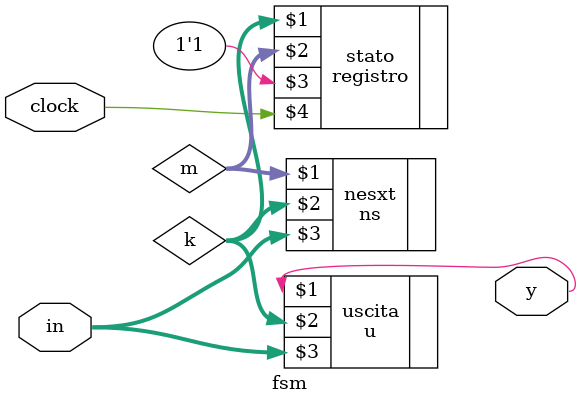
<source format=v>
module fsm(output y, input [1:0]in, input clock);

wire [1:0]m;
wire [1:0]k;

registro #(2) stato(k, m, 1'b1, clock);
ns nesxt(m, k, in);
u uscita(y, k, in);

endmodule

</source>
